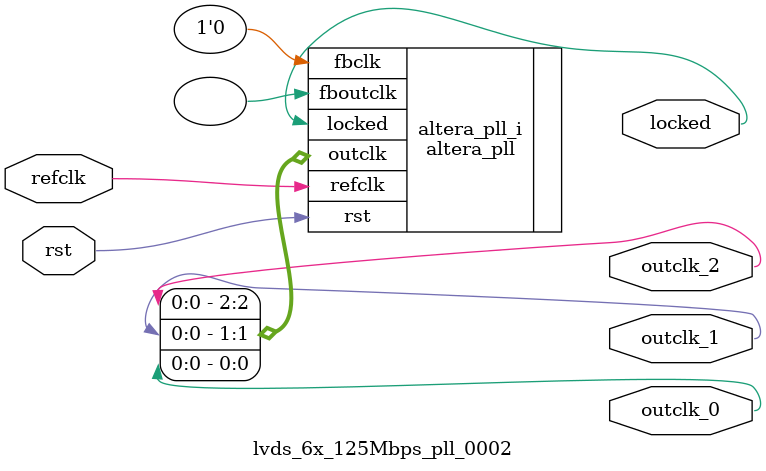
<source format=v>
`timescale 1ns/10ps
module  lvds_6x_125Mbps_pll_0002(

	// interface 'refclk'
	input wire refclk,

	// interface 'reset'
	input wire rst,

	// interface 'outclk0'
	output wire outclk_0,

	// interface 'outclk1'
	output wire outclk_1,

	// interface 'outclk2'
	output wire outclk_2,

	// interface 'locked'
	output wire locked
);

	altera_pll #(
		.fractional_vco_multiplier("false"),
		.reference_clock_frequency("375.0 MHz"),
		.operation_mode("lvds"),
		.number_of_clocks(3),
		.output_clock_frequency0("750.000000 MHz"),
		.phase_shift0("666 ps"),
		.duty_cycle0(50),
		.output_clock_frequency1("125.000000 MHz"),
		.phase_shift1("5333 ps"),
		.duty_cycle1(17),
		.output_clock_frequency2("125.000000 MHz"),
		.phase_shift2("7333 ps"),
		.duty_cycle2(50),
		.output_clock_frequency3("0 MHz"),
		.phase_shift3("0 ps"),
		.duty_cycle3(50),
		.output_clock_frequency4("0 MHz"),
		.phase_shift4("0 ps"),
		.duty_cycle4(50),
		.output_clock_frequency5("0 MHz"),
		.phase_shift5("0 ps"),
		.duty_cycle5(50),
		.output_clock_frequency6("0 MHz"),
		.phase_shift6("0 ps"),
		.duty_cycle6(50),
		.output_clock_frequency7("0 MHz"),
		.phase_shift7("0 ps"),
		.duty_cycle7(50),
		.output_clock_frequency8("0 MHz"),
		.phase_shift8("0 ps"),
		.duty_cycle8(50),
		.output_clock_frequency9("0 MHz"),
		.phase_shift9("0 ps"),
		.duty_cycle9(50),
		.output_clock_frequency10("0 MHz"),
		.phase_shift10("0 ps"),
		.duty_cycle10(50),
		.output_clock_frequency11("0 MHz"),
		.phase_shift11("0 ps"),
		.duty_cycle11(50),
		.output_clock_frequency12("0 MHz"),
		.phase_shift12("0 ps"),
		.duty_cycle12(50),
		.output_clock_frequency13("0 MHz"),
		.phase_shift13("0 ps"),
		.duty_cycle13(50),
		.output_clock_frequency14("0 MHz"),
		.phase_shift14("0 ps"),
		.duty_cycle14(50),
		.output_clock_frequency15("0 MHz"),
		.phase_shift15("0 ps"),
		.duty_cycle15(50),
		.output_clock_frequency16("0 MHz"),
		.phase_shift16("0 ps"),
		.duty_cycle16(50),
		.output_clock_frequency17("0 MHz"),
		.phase_shift17("0 ps"),
		.duty_cycle17(50),
		.pll_type("General"),
		.pll_subtype("General")
	) altera_pll_i (
		.rst	(rst),
		.outclk	({outclk_2, outclk_1, outclk_0}),
		.locked	(locked),
		.fboutclk	( ),
		.fbclk	(1'b0),
		.refclk	(refclk)
	);
endmodule


</source>
